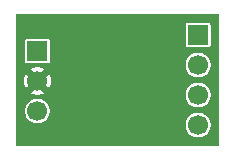
<source format=gbr>
%TF.GenerationSoftware,KiCad,Pcbnew,9.0.2+dfsg-1*%
%TF.CreationDate,2025-11-23T23:22:12+02:00*%
%TF.ProjectId,stm8s001j3-dev-board,73746d38-7330-4303-916a-332d6465762d,1*%
%TF.SameCoordinates,Original*%
%TF.FileFunction,Copper,L2,Bot*%
%TF.FilePolarity,Positive*%
%FSLAX46Y46*%
G04 Gerber Fmt 4.6, Leading zero omitted, Abs format (unit mm)*
G04 Created by KiCad (PCBNEW 9.0.2+dfsg-1) date 2025-11-23 23:22:12*
%MOMM*%
%LPD*%
G01*
G04 APERTURE LIST*
%TA.AperFunction,ComponentPad*%
%ADD10R,1.700000X1.700000*%
%TD*%
%TA.AperFunction,ComponentPad*%
%ADD11C,1.700000*%
%TD*%
G04 APERTURE END LIST*
D10*
%TO.P,J2,1,Pin_1*%
%TO.N,/SWIM*%
X148400000Y-98200000D03*
D11*
%TO.P,J2,2,Pin_2*%
%TO.N,GND*%
X148400000Y-100740000D03*
%TO.P,J2,3,Pin_3*%
%TO.N,+3V3*%
X148400000Y-103280000D03*
%TD*%
D10*
%TO.P,J1,1,Pin_1*%
%TO.N,/PD6*%
X162000000Y-96850000D03*
D11*
%TO.P,J1,2,Pin_2*%
%TO.N,/PD5*%
X162000000Y-99390000D03*
%TO.P,J1,3,Pin_3*%
%TO.N,/SCL*%
X162000000Y-101930000D03*
%TO.P,J1,4,Pin_4*%
%TO.N,/SDA*%
X162000000Y-104470000D03*
%TD*%
%TA.AperFunction,Conductor*%
%TO.N,GND*%
G36*
X163742539Y-95080185D02*
G01*
X163788294Y-95132989D01*
X163799500Y-95184500D01*
X163799500Y-106135500D01*
X163779815Y-106202539D01*
X163727011Y-106248294D01*
X163675500Y-106259500D01*
X146674500Y-106259500D01*
X146607461Y-106239815D01*
X146561706Y-106187011D01*
X146550500Y-106135500D01*
X146550500Y-104366530D01*
X160949500Y-104366530D01*
X160949500Y-104573469D01*
X160989868Y-104776412D01*
X160989870Y-104776420D01*
X161069058Y-104967596D01*
X161184024Y-105139657D01*
X161330342Y-105285975D01*
X161330345Y-105285977D01*
X161502402Y-105400941D01*
X161693580Y-105480130D01*
X161896530Y-105520499D01*
X161896534Y-105520500D01*
X161896535Y-105520500D01*
X162103466Y-105520500D01*
X162103467Y-105520499D01*
X162306420Y-105480130D01*
X162497598Y-105400941D01*
X162669655Y-105285977D01*
X162815977Y-105139655D01*
X162930941Y-104967598D01*
X163010130Y-104776420D01*
X163050500Y-104573465D01*
X163050500Y-104366535D01*
X163010130Y-104163580D01*
X162930941Y-103972402D01*
X162815977Y-103800345D01*
X162815975Y-103800342D01*
X162669657Y-103654024D01*
X162568467Y-103586412D01*
X162497598Y-103539059D01*
X162306420Y-103459870D01*
X162306412Y-103459868D01*
X162103469Y-103419500D01*
X162103465Y-103419500D01*
X161896535Y-103419500D01*
X161896530Y-103419500D01*
X161693587Y-103459868D01*
X161693579Y-103459870D01*
X161502403Y-103539058D01*
X161330342Y-103654024D01*
X161184024Y-103800342D01*
X161069058Y-103972403D01*
X160989870Y-104163579D01*
X160989868Y-104163587D01*
X160949500Y-104366530D01*
X146550500Y-104366530D01*
X146550500Y-103176530D01*
X147349500Y-103176530D01*
X147349500Y-103383469D01*
X147389868Y-103586412D01*
X147389870Y-103586420D01*
X147469058Y-103777596D01*
X147584024Y-103949657D01*
X147730342Y-104095975D01*
X147730345Y-104095977D01*
X147902402Y-104210941D01*
X148093580Y-104290130D01*
X148296530Y-104330499D01*
X148296534Y-104330500D01*
X148296535Y-104330500D01*
X148503466Y-104330500D01*
X148503467Y-104330499D01*
X148706420Y-104290130D01*
X148794156Y-104253788D01*
X148813244Y-104245882D01*
X148897596Y-104210942D01*
X148897596Y-104210941D01*
X148897598Y-104210941D01*
X149069655Y-104095977D01*
X149215977Y-103949655D01*
X149330941Y-103777598D01*
X149410130Y-103586420D01*
X149450500Y-103383465D01*
X149450500Y-103176535D01*
X149410130Y-102973580D01*
X149330941Y-102782402D01*
X149215977Y-102610345D01*
X149215975Y-102610342D01*
X149069657Y-102464024D01*
X148983626Y-102406541D01*
X148897598Y-102349059D01*
X148706420Y-102269870D01*
X148706412Y-102269868D01*
X148503469Y-102229500D01*
X148503465Y-102229500D01*
X148296535Y-102229500D01*
X148296530Y-102229500D01*
X148093587Y-102269868D01*
X148093579Y-102269870D01*
X147902403Y-102349058D01*
X147730342Y-102464024D01*
X147584024Y-102610342D01*
X147469058Y-102782403D01*
X147389870Y-102973579D01*
X147389868Y-102973587D01*
X147349500Y-103176530D01*
X146550500Y-103176530D01*
X146550500Y-100649493D01*
X147250000Y-100649493D01*
X147250000Y-100830506D01*
X147278317Y-101009293D01*
X147334251Y-101181444D01*
X147334252Y-101181447D01*
X147401772Y-101313961D01*
X147902094Y-100813641D01*
X147934075Y-100932993D01*
X147999901Y-101047007D01*
X148092993Y-101140099D01*
X148207007Y-101205925D01*
X148326357Y-101237905D01*
X147826036Y-101738225D01*
X147958555Y-101805748D01*
X148130706Y-101861682D01*
X148309494Y-101890000D01*
X148490506Y-101890000D01*
X148669293Y-101861682D01*
X148777482Y-101826530D01*
X160949500Y-101826530D01*
X160949500Y-102033469D01*
X160989868Y-102236412D01*
X160989870Y-102236420D01*
X161069058Y-102427596D01*
X161184024Y-102599657D01*
X161330342Y-102745975D01*
X161330345Y-102745977D01*
X161502402Y-102860941D01*
X161693580Y-102940130D01*
X161861741Y-102973579D01*
X161896530Y-102980499D01*
X161896534Y-102980500D01*
X161896535Y-102980500D01*
X162103466Y-102980500D01*
X162103467Y-102980499D01*
X162306420Y-102940130D01*
X162497598Y-102860941D01*
X162669655Y-102745977D01*
X162815977Y-102599655D01*
X162930941Y-102427598D01*
X163010130Y-102236420D01*
X163050500Y-102033465D01*
X163050500Y-101826535D01*
X163010130Y-101623580D01*
X162930941Y-101432402D01*
X162815977Y-101260345D01*
X162815975Y-101260342D01*
X162669657Y-101114024D01*
X162512914Y-101009293D01*
X162497598Y-100999059D01*
X162306420Y-100919870D01*
X162306412Y-100919868D01*
X162103469Y-100879500D01*
X162103465Y-100879500D01*
X161896535Y-100879500D01*
X161896530Y-100879500D01*
X161693587Y-100919868D01*
X161693579Y-100919870D01*
X161502403Y-100999058D01*
X161330342Y-101114024D01*
X161184024Y-101260342D01*
X161069058Y-101432403D01*
X160989870Y-101623579D01*
X160989868Y-101623587D01*
X160949500Y-101826530D01*
X148777482Y-101826530D01*
X148841444Y-101805748D01*
X148973962Y-101738226D01*
X148973962Y-101738225D01*
X148473642Y-101237905D01*
X148592993Y-101205925D01*
X148707007Y-101140099D01*
X148800099Y-101047007D01*
X148865925Y-100932993D01*
X148897905Y-100813641D01*
X149398225Y-101313962D01*
X149465749Y-101181441D01*
X149521682Y-101009293D01*
X149550000Y-100830506D01*
X149550000Y-100649493D01*
X149521682Y-100470706D01*
X149465748Y-100298555D01*
X149398225Y-100166036D01*
X148897905Y-100666357D01*
X148865925Y-100547007D01*
X148800099Y-100432993D01*
X148707007Y-100339901D01*
X148592993Y-100274075D01*
X148473642Y-100242094D01*
X148973962Y-99741773D01*
X148841447Y-99674252D01*
X148841444Y-99674251D01*
X148669293Y-99618317D01*
X148490506Y-99590000D01*
X148309494Y-99590000D01*
X148130706Y-99618317D01*
X147958555Y-99674251D01*
X147958552Y-99674252D01*
X147826037Y-99741773D01*
X148326358Y-100242094D01*
X148207007Y-100274075D01*
X148092993Y-100339901D01*
X147999901Y-100432993D01*
X147934075Y-100547007D01*
X147902094Y-100666357D01*
X147401773Y-100166037D01*
X147334252Y-100298552D01*
X147334251Y-100298555D01*
X147278317Y-100470706D01*
X147250000Y-100649493D01*
X146550500Y-100649493D01*
X146550500Y-99286530D01*
X160949500Y-99286530D01*
X160949500Y-99493469D01*
X160989868Y-99696412D01*
X160989870Y-99696420D01*
X161069058Y-99887596D01*
X161184024Y-100059657D01*
X161330342Y-100205975D01*
X161330345Y-100205977D01*
X161502402Y-100320941D01*
X161693580Y-100400130D01*
X161858795Y-100432993D01*
X161896530Y-100440499D01*
X161896534Y-100440500D01*
X161896535Y-100440500D01*
X162103466Y-100440500D01*
X162103467Y-100440499D01*
X162306420Y-100400130D01*
X162497598Y-100320941D01*
X162669655Y-100205977D01*
X162815977Y-100059655D01*
X162930941Y-99887598D01*
X163010130Y-99696420D01*
X163050500Y-99493465D01*
X163050500Y-99286535D01*
X163010130Y-99083580D01*
X162930941Y-98892402D01*
X162815977Y-98720345D01*
X162815975Y-98720342D01*
X162669657Y-98574024D01*
X162583626Y-98516541D01*
X162497598Y-98459059D01*
X162306420Y-98379870D01*
X162306412Y-98379868D01*
X162103469Y-98339500D01*
X162103465Y-98339500D01*
X161896535Y-98339500D01*
X161896530Y-98339500D01*
X161693587Y-98379868D01*
X161693579Y-98379870D01*
X161502403Y-98459058D01*
X161330342Y-98574024D01*
X161184024Y-98720342D01*
X161069058Y-98892403D01*
X160989870Y-99083579D01*
X160989868Y-99083587D01*
X160949500Y-99286530D01*
X146550500Y-99286530D01*
X146550500Y-97330247D01*
X147349500Y-97330247D01*
X147349500Y-99069752D01*
X147361131Y-99128229D01*
X147361132Y-99128230D01*
X147405447Y-99194552D01*
X147471769Y-99238867D01*
X147471770Y-99238868D01*
X147530247Y-99250499D01*
X147530250Y-99250500D01*
X147530252Y-99250500D01*
X149269750Y-99250500D01*
X149269751Y-99250499D01*
X149284568Y-99247552D01*
X149328229Y-99238868D01*
X149328229Y-99238867D01*
X149328231Y-99238867D01*
X149394552Y-99194552D01*
X149438867Y-99128231D01*
X149438867Y-99128229D01*
X149438868Y-99128229D01*
X149450499Y-99069752D01*
X149450500Y-99069750D01*
X149450500Y-97330249D01*
X149450499Y-97330247D01*
X149438868Y-97271770D01*
X149438867Y-97271769D01*
X149394552Y-97205447D01*
X149328230Y-97161132D01*
X149328229Y-97161131D01*
X149269752Y-97149500D01*
X149269748Y-97149500D01*
X147530252Y-97149500D01*
X147530247Y-97149500D01*
X147471770Y-97161131D01*
X147471769Y-97161132D01*
X147405447Y-97205447D01*
X147361132Y-97271769D01*
X147361131Y-97271770D01*
X147349500Y-97330247D01*
X146550500Y-97330247D01*
X146550500Y-95980247D01*
X160949500Y-95980247D01*
X160949500Y-97719752D01*
X160961131Y-97778229D01*
X160961132Y-97778230D01*
X161005447Y-97844552D01*
X161071769Y-97888867D01*
X161071770Y-97888868D01*
X161130247Y-97900499D01*
X161130250Y-97900500D01*
X161130252Y-97900500D01*
X162869750Y-97900500D01*
X162869751Y-97900499D01*
X162884568Y-97897552D01*
X162928229Y-97888868D01*
X162928229Y-97888867D01*
X162928231Y-97888867D01*
X162994552Y-97844552D01*
X163038867Y-97778231D01*
X163038867Y-97778229D01*
X163038868Y-97778229D01*
X163050499Y-97719752D01*
X163050500Y-97719750D01*
X163050500Y-95980249D01*
X163050499Y-95980247D01*
X163038868Y-95921770D01*
X163038867Y-95921769D01*
X162994552Y-95855447D01*
X162928230Y-95811132D01*
X162928229Y-95811131D01*
X162869752Y-95799500D01*
X162869748Y-95799500D01*
X161130252Y-95799500D01*
X161130247Y-95799500D01*
X161071770Y-95811131D01*
X161071769Y-95811132D01*
X161005447Y-95855447D01*
X160961132Y-95921769D01*
X160961131Y-95921770D01*
X160949500Y-95980247D01*
X146550500Y-95980247D01*
X146550500Y-95184500D01*
X146570185Y-95117461D01*
X146622989Y-95071706D01*
X146674500Y-95060500D01*
X163675500Y-95060500D01*
X163742539Y-95080185D01*
G37*
%TD.AperFunction*%
%TD*%
M02*

</source>
